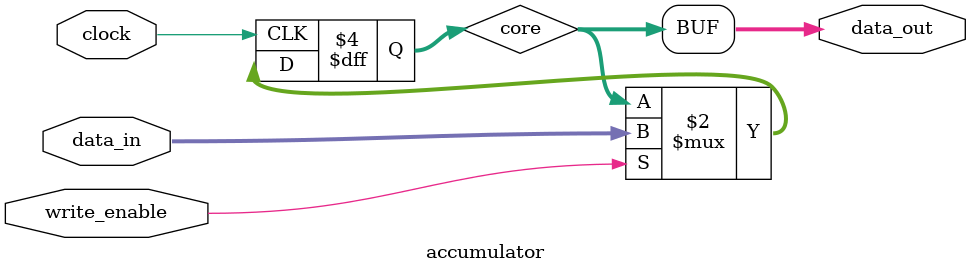
<source format=sv>
module accumulator (
        input[7:0]      data_in,

        input           clock,
        input           write_enable,

        output logic[7:0]       data_out
);

reg[7:0]      core;

assign data_out = core;

always @(posedge clock)
begin
        if (write_enable)
                core <= data_in;
end

endmodule
</source>
